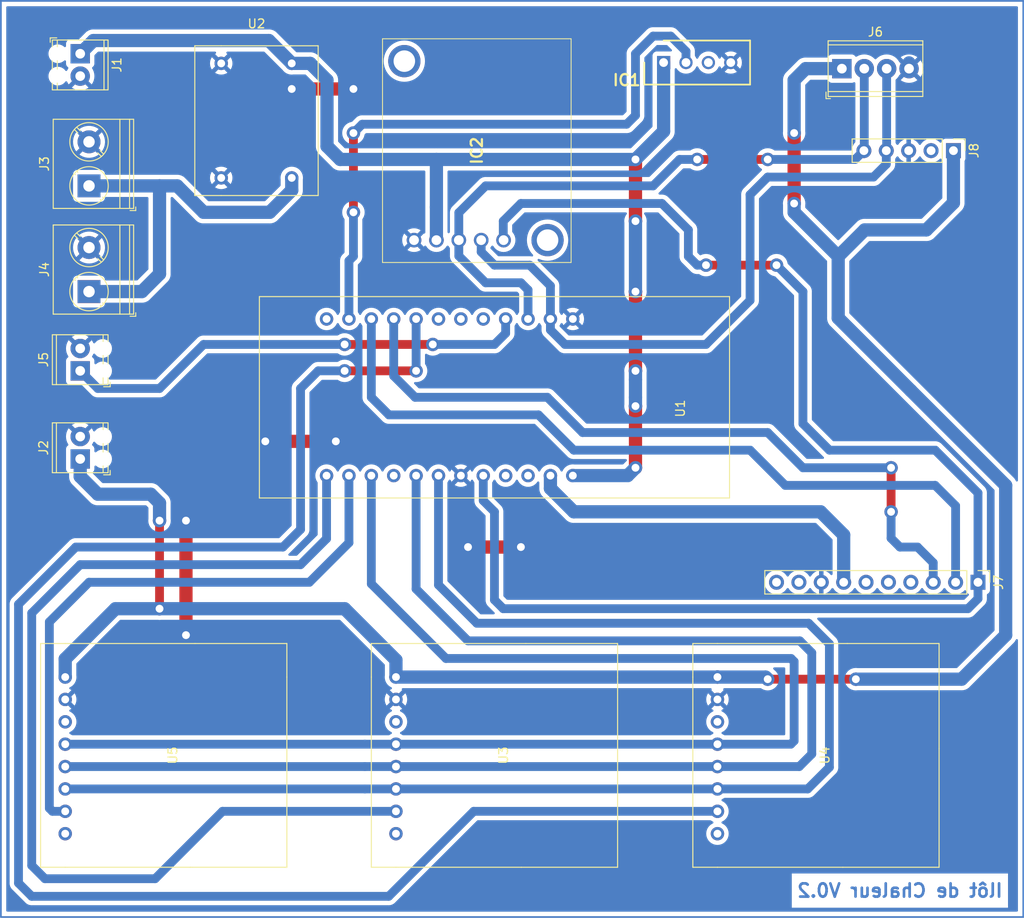
<source format=kicad_pcb>
(kicad_pcb (version 20211014) (generator pcbnew)
  (layers (0 "F.Cu" signal) (31 "B.Cu" signal) (34 "B.Paste" user) (35 "F.Paste" user) (36 "B.SilkS" user "B.Silkscreen") (37 "F.SilkS" user "F.Silkscreen") (38 "B.Mask" user) (39 "F.Mask" user) (44 "Edge.Cuts" user))
  (net 0 "")
  (net 2 "RST")
  (net 9 "GND")
  (net 10 "TX")
  (net 11 "Relay")
  (net 12 "+5VP")
  (net 14 "RX")
  (net 16 "SCL")
  (net 17 "SDA")
  (net 18 "+5V")
  (net 19 "+12V")
  (net 20 "+3V3")
  (net 21 "AN")
  (net 22 "CS3")
  (net 23 "MOSI")
  (net 24 "MISO")
  (net 25 "CLK")
  (net 26 "CS2")
  (net 27 "CS1")
  (footprint "seed-connector:HDRV4W80P0X254_1X4_1200X500X1550P" (layer "F.Cu") (at 244.19 28)
    (fp_text reference "IC1" (at -4.19 2) (layer "F.SilkS") (effects (font (size 1.27 1.27) (thickness 0.254))))
    (fp_text value "101020011" hide)
    (fp_line (start -2.19 2.5) (end 9.81 2.5) (layer "F.SilkS") (width 0.2))
    (fp_line (start 9.81 -2.5) (end 0 -2.5) (layer "F.SilkS") (width 0.2))
    (fp_line (start -2.19 0) (end -2.19 2.5) (layer "F.SilkS") (width 0.2))
    (fp_line (start 9.81 2.5) (end 9.81 -2.5) (layer "F.SilkS") (width 0.2))
    (pad "1" thru_hole rect locked (at 0 0) (size 1.5 1.5) (drill 1) (layers *.Cu *.Mask) (net 12 "+5VP"))
    (pad "2" thru_hole circle locked (at 2.54 0) (size 1.5 1.5) (drill 1) (layers *.Cu *.Mask) (net 11 "Relay"))
    (pad "3" thru_hole circle locked (at 5.08 0) (size 1.5 1.5) (drill 1) (layers *.Cu *.Mask))
    (pad "4" thru_hole circle locked (at 7.62 0) (size 1.5 1.5) (drill 1) (layers *.Cu *.Mask) (net 9 "GND"))
  )
  (footprint "ada3295:ADA3295" (layer "F.Cu") (at 215.875 48.16 90)
    (fp_text reference "IC2" (at 10.16 7.125 90) (layer "F.SilkS") (effects (font (size 1.27 1.27) (thickness 0.254))))
    (fp_text value "ADA-3295" hide)
    (fp_line (start -2.54 -3.575) (end 22.86 -3.575) (layer "F.SilkS") (width 0.1))
    (fp_line (start 22.86 -3.575) (end 22.86 17.825) (layer "F.SilkS") (width 0.1))
    (fp_line (start -2.54 17.825) (end -2.54 -3.575) (layer "F.SilkS") (width 0.1))
    (fp_line (start 22.86 17.825) (end -2.54 17.825) (layer "F.SilkS") (width 0.1))
    (pad "1" thru_hole circle locked (at 0 0 90) (size 1.665 1.665) (drill 1.11) (layers *.Cu *.Mask) (net 9 "GND"))
    (pad "2" thru_hole circle locked (at 0 2.54 90) (size 1.665 1.665) (drill 1.11) (layers *.Cu *.Mask) (net 12 "+5VP"))
    (pad "3" thru_hole circle locked (at 0 5.08 90) (size 1.665 1.665) (drill 1.11) (layers *.Cu *.Mask) (net 17 "SDA"))
    (pad "4" thru_hole circle locked (at 0 7.62 90) (size 1.665 1.665) (drill 1.11) (layers *.Cu *.Mask) (net 16 "SCL"))
    (pad "5" thru_hole circle locked (at 0 10.16 90) (size 1.665 1.665) (drill 1.11) (layers *.Cu *.Mask) (net 2 "RST"))
    (pad "MH1" thru_hole circle locked (at 20.32 -1.1 90) (size 3.66 3.66) (drill 2.44) (layers *.Cu *.Mask))
    (pad "MH2" thru_hole circle locked (at 0 15.15 90) (size 3.66 3.66) (drill 2.44) (layers *.Cu *.Mask))
  )
  (footprint "TerminalBlock_Phoenix:TerminalBlock_Phoenix_MPT-0,5-2-2.54_1x02_P2.54mm_Horizontal" (layer "F.Cu") (at 178 27 -90)
    (fp_text reference "J1" (at 1.27 -4.16 90) (layer "F.SilkS"))
    (fp_text value "5VPermanent")
    (fp_line (start -1.56 -3.16) (end 4.1 -3.16) (layer "F.SilkS") (width 0.12))
    (fp_line (start -1.56 3.16) (end -0.79 3.16) (layer "F.SilkS") (width 0.12))
    (fp_line (start -1.8 3.4) (end -1.3 3.4) (layer "F.SilkS") (width 0.12))
    (fp_line (start 3.33 2.6) (end 4.1 2.6) (layer "F.SilkS") (width 0.12))
    (fp_line (start 0.79 3.16) (end 1.75 3.16) (layer "F.SilkS") (width 0.12))
    (fp_line (start 3.33 3.16) (end 4.1 3.16) (layer "F.SilkS") (width 0.12))
    (fp_line (start 4.1 -3.16) (end 4.1 3.16) (layer "F.SilkS") (width 0.12))
    (fp_line (start -1.56 -2.7) (end 4.1 -2.7) (layer "F.SilkS") (width 0.12))
    (fp_line (start -1.56 -3.16) (end -1.56 3.16) (layer "F.SilkS") (width 0.12))
    (fp_line (start 0.79 2.6) (end 1.75 2.6) (layer "F.SilkS") (width 0.12))
    (fp_line (start -1.8 2.66) (end -1.8 3.4) (layer "F.SilkS") (width 0.12))
    (fp_line (start -1.56 2.6) (end -0.79 2.6) (layer "F.SilkS") (width 0.12))
    (pad "" np_thru_hole circle locked (at 0 2.54 270) (size 1.1 1.1) (drill 1.1) (layers *.Cu *.Mask))
    (pad "" np_thru_hole circle locked (at 2.54 2.54 270) (size 1.1 1.1) (drill 1.1) (layers *.Cu *.Mask))
    (pad "1" thru_hole rect locked (at 0 0 270) (size 2.2 2.2) (drill 1.1) (layers *.Cu *.Mask) (net 12 "+5VP"))
    (pad "2" thru_hole circle locked (at 2.54 0 270) (size 2.2 2.2) (drill 1.1) (layers *.Cu *.Mask) (net 9 "GND"))
  )
  (footprint "TerminalBlock_Phoenix:TerminalBlock_Phoenix_MPT-0,5-2-2.54_1x02_P2.54mm_Horizontal" (layer "F.Cu") (at 178 73 90)
    (fp_text reference "J2" (at 1.27 -4.16 90) (layer "F.SilkS"))
    (fp_text value "5VRelay")
    (fp_line (start -1.56 -2.7) (end 4.1 -2.7) (layer "F.SilkS") (width 0.12))
    (fp_line (start 3.33 2.6) (end 4.1 2.6) (layer "F.SilkS") (width 0.12))
    (fp_line (start 4.1 -3.16) (end 4.1 3.16) (layer "F.SilkS") (width 0.12))
    (fp_line (start -1.56 -3.16) (end -1.56 3.16) (layer "F.SilkS") (width 0.12))
    (fp_line (start -1.8 3.4) (end -1.3 3.4) (layer "F.SilkS") (width 0.12))
    (fp_line (start 0.79 2.6) (end 1.75 2.6) (layer "F.SilkS") (width 0.12))
    (fp_line (start 3.33 3.16) (end 4.1 3.16) (layer "F.SilkS") (width 0.12))
    (fp_line (start -1.56 2.6) (end -0.79 2.6) (layer "F.SilkS") (width 0.12))
    (fp_line (start -1.56 3.16) (end -0.79 3.16) (layer "F.SilkS") (width 0.12))
    (fp_line (start -1.8 2.66) (end -1.8 3.4) (layer "F.SilkS") (width 0.12))
    (fp_line (start 0.79 3.16) (end 1.75 3.16) (layer "F.SilkS") (width 0.12))
    (fp_line (start -1.56 -3.16) (end 4.1 -3.16) (layer "F.SilkS") (width 0.12))
    (pad "" np_thru_hole circle locked (at 2.54 2.54 90) (size 1.1 1.1) (drill 1.1) (layers *.Cu *.Mask))
    (pad "" np_thru_hole circle locked (at 0 2.54 90) (size 1.1 1.1) (drill 1.1) (layers *.Cu *.Mask))
    (pad "1" thru_hole rect locked (at 0 0 90) (size 2.2 2.2) (drill 1.1) (layers *.Cu *.Mask) (net 18 "+5V"))
    (pad "2" thru_hole circle locked (at 2.54 0 90) (size 2.2 2.2) (drill 1.1) (layers *.Cu *.Mask) (net 9 "GND"))
  )
  (footprint "TerminalBlock_Phoenix:TerminalBlock_Phoenix_PT-1,5-2-5.0-H_1x02_P5.00mm_Horizontal" (layer "F.Cu") (at 179 42 90)
    (fp_text reference "J3" (at 2.5 -5.06 90) (layer "F.SilkS"))
    (fp_text value "Bat")
    (fp_line (start -2.56 5.06) (end 7.56 5.06) (layer "F.SilkS") (width 0.12))
    (fp_line (start -1.282 1.547) (end -1.388 1.654) (layer "F.SilkS") (width 0.12))
    (fp_line (start 1.654 -1.388) (end 1.547 -1.281) (layer "F.SilkS") (width 0.12))
    (fp_line (start -2.8 5.3) (end -2.4 5.3) (layer "F.SilkS") (width 0.12))
    (fp_line (start -2.8 4.66) (end -2.8 5.3) (layer "F.SilkS") (width 0.12))
    (fp_line (start 7.56 -4.06) (end 7.56 5.06) (layer "F.SilkS") (width 0.12))
    (fp_line (start 6.654 -1.388) (end 6.259 -0.992) (layer "F.SilkS") (width 0.12))
    (fp_line (start 6.388 -1.654) (end 6.008 -1.274) (layer "F.SilkS") (width 0.12))
    (fp_line (start -2.56 4.6) (end 7.56 4.6) (layer "F.SilkS") (width 0.12))
    (fp_line (start -1.548 1.281) (end -1.654 1.388) (layer "F.SilkS") (width 0.12))
    (fp_line (start -2.56 -4.06) (end -2.56 5.06) (layer "F.SilkS") (width 0.12))
    (fp_line (start -2.56 -4.06) (end 7.56 -4.06) (layer "F.SilkS") (width 0.12))
    (fp_line (start 3.742 0.992) (end 3.347 1.388) (layer "F.SilkS") (width 0.12))
    (fp_line (start -2.56 3.5) (end 7.56 3.5) (layer "F.SilkS") (width 0.12))
    (fp_line (start 1.388 -1.654) (end 1.281 -1.547) (layer "F.SilkS") (width 0.12))
    (fp_line (start 3.993 1.274) (end 3.613 1.654) (layer "F.SilkS") (width 0.12))
    (fp_circle (center 0 0) (end 2.18 0) (layer "F.SilkS") (width 0.12) (fill none))
    (fp_circle (center 5 0) (end 7.18 0) (layer "F.SilkS") (width 0.12) (fill none))
    (pad "1" thru_hole rect locked (at 0 0 90) (size 2.6 2.6) (drill 1.3) (layers *.Cu *.Mask) (net 19 "+12V"))
    (pad "2" thru_hole circle locked (at 5 0 90) (size 2.6 2.6) (drill 1.3) (layers *.Cu *.Mask) (net 9 "GND"))
  )
  (footprint "TerminalBlock_Phoenix:TerminalBlock_Phoenix_PT-1,5-2-5.0-H_1x02_P5.00mm_Horizontal" (layer "F.Cu") (at 179 54 90)
    (fp_text reference "J4" (at 2.5 -5.06 90) (layer "F.SilkS"))
    (fp_text value "12V")
    (fp_line (start -1.282 1.547) (end -1.388 1.654) (layer "F.SilkS") (width 0.12))
    (fp_line (start 1.654 -1.388) (end 1.547 -1.281) (layer "F.SilkS") (width 0.12))
    (fp_line (start -2.8 4.66) (end -2.8 5.3) (layer "F.SilkS") (width 0.12))
    (fp_line (start -2.56 5.06) (end 7.56 5.06) (layer "F.SilkS") (width 0.12))
    (fp_line (start -2.56 -4.06) (end -2.56 5.06) (layer "F.SilkS") (width 0.12))
    (fp_line (start 7.56 -4.06) (end 7.56 5.06) (layer "F.SilkS") (width 0.12))
    (fp_line (start 6.388 -1.654) (end 6.008 -1.274) (layer "F.SilkS") (width 0.12))
    (fp_line (start 3.993 1.274) (end 3.613 1.654) (layer "F.SilkS") (width 0.12))
    (fp_line (start -1.548 1.281) (end -1.654 1.388) (layer "F.SilkS") (width 0.12))
    (fp_line (start 1.388 -1.654) (end 1.281 -1.547) (layer "F.SilkS") (width 0.12))
    (fp_line (start 6.654 -1.388) (end 6.259 -0.992) (layer "F.SilkS") (width 0.12))
    (fp_line (start -2.56 3.5) (end 7.56 3.5) (layer "F.SilkS") (width 0.12))
    (fp_line (start -2.8 5.3) (end -2.4 5.3) (layer "F.SilkS") (width 0.12))
    (fp_line (start 3.742 0.992) (end 3.347 1.388) (layer "F.SilkS") (width 0.12))
    (fp_line (start -2.56 -4.06) (end 7.56 -4.06) (layer "F.SilkS") (width 0.12))
    (fp_line (start -2.56 4.6) (end 7.56 4.6) (layer "F.SilkS") (width 0.12))
    (fp_circle (center 5 0) (end 7.18 0) (layer "F.SilkS") (width 0.12) (fill none))
    (fp_circle (center 0 0) (end 2.18 0) (layer "F.SilkS") (width 0.12) (fill none))
    (pad "1" thru_hole rect locked (at 0 0 90) (size 2.6 2.6) (drill 1.3) (layers *.Cu *.Mask) (net 19 "+12V"))
    (pad "2" thru_hole circle locked (at 5 0 90) (size 2.6 2.6) (drill 1.3) (layers *.Cu *.Mask) (net 9 "GND"))
  )
  (footprint "TerminalBlock_Phoenix:TerminalBlock_Phoenix_MPT-0,5-2-2.54_1x02_P2.54mm_Horizontal" (layer "F.Cu") (at 178 63 90)
    (fp_text reference "J5" (at 1.27 -4.16 90) (layer "F.SilkS"))
    (fp_text value "AnemometerSignal")
    (fp_line (start -1.8 2.66) (end -1.8 3.4) (layer "F.SilkS") (width 0.12))
    (fp_line (start -1.56 3.16) (end -0.79 3.16) (layer "F.SilkS") (width 0.12))
    (fp_line (start -1.8 3.4) (end -1.3 3.4) (layer "F.SilkS") (width 0.12))
    (fp_line (start -1.56 -3.16) (end 4.1 -3.16) (layer "F.SilkS") (width 0.12))
    (fp_line (start -1.56 -3.16) (end -1.56 3.16) (layer "F.SilkS") (width 0.12))
    (fp_line (start 3.33 3.16) (end 4.1 3.16) (layer "F.SilkS") (width 0.12))
    (fp_line (start 4.1 -3.16) (end 4.1 3.16) (layer "F.SilkS") (width 0.12))
    (fp_line (start -1.56 -2.7) (end 4.1 -2.7) (layer "F.SilkS") (width 0.12))
    (fp_line (start 0.79 2.6) (end 1.75 2.6) (layer "F.SilkS") (width 0.12))
    (fp_line (start 0.79 3.16) (end 1.75 3.16) (layer "F.SilkS") (width 0.12))
    (fp_line (start -1.56 2.6) (end -0.79 2.6) (layer "F.SilkS") (width 0.12))
    (fp_line (start 3.33 2.6) (end 4.1 2.6) (layer "F.SilkS") (width 0.12))
    (pad "" np_thru_hole circle locked (at 2.54 2.54 90) (size 1.1 1.1) (drill 1.1) (layers *.Cu *.Mask))
    (pad "" np_thru_hole circle locked (at 0 2.54 90) (size 1.1 1.1) (drill 1.1) (layers *.Cu *.Mask))
    (pad "1" thru_hole rect locked (at 0 0 90) (size 2.2 2.2) (drill 1.1) (layers *.Cu *.Mask) (net 21 "AN"))
    (pad "2" thru_hole circle locked (at 2.54 0 90) (size 2.2 2.2) (drill 1.1) (layers *.Cu *.Mask) (net 9 "GND"))
  )
  (footprint "STM:LoRa-E5-Mini" (layer "F.Cu") (at 221.19 66 -90)
    (fp_text reference "U1" (at 1.27 -24.9 90) (layer "F.SilkS"))
    (fp_text value "LoRa-E5-Mini")
    (fp_line (start -11.43 22.86) (end -11.43 -30.48) (layer "F.SilkS") (width 0.12))
    (fp_line (start 11.43 22.86) (end -11.43 22.86) (layer "F.SilkS") (width 0.12))
    (fp_line (start 11.43 -30.48) (end 11.43 22.86) (layer "F.SilkS") (width 0.12))
    (fp_line (start -11.43 -30.48) (end 11.43 -30.48) (layer "F.SilkS") (width 0.12))
    (pad "3.3V" thru_hole circle locked (at 8.89 -10.16 270) (size 1.524 1.524) (drill 0.889) (layers *.Cu *.Mask) (net 20 "+3V3"))
    (pad "5V" thru_hole circle locked (at 8.89 -12.7 270) (size 1.524 1.524) (drill 0.889) (layers *.Cu *.Mask) (net 12 "+5VP"))
    (pad "A3" thru_hole circle locked (at -8.89 -2.54 270) (size 1.524 1.524) (drill 0.889) (layers *.Cu *.Mask))
    (pad "A4" thru_hole circle locked (at -8.89 -5.08 270) (size 1.524 1.524) (drill 0.889) (layers *.Cu *.Mask) (net 21 "AN"))
    (pad "D0" thru_hole circle locked (at -8.89 5.08 270) (size 1.524 1.524) (drill 0.889) (layers *.Cu *.Mask) (net 26 "CS2"))
    (pad "D9" thru_hole circle locked (at 8.89 15.24 270) (size 1.524 1.524) (drill 0.889) (layers *.Cu *.Mask) (net 27 "CS1"))
    (pad "D10" thru_hole circle locked (at 8.89 12.7 270) (size 1.524 1.524) (drill 0.889) (layers *.Cu *.Mask) (net 22 "CS3"))
    (pad "DIO" thru_hole circle locked (at 8.89 -7.62 270) (size 1.524 1.524) (drill 0.889) (layers *.Cu *.Mask))
    (pad "DLK" thru_hole circle locked (at 8.89 -5.08 270) (size 1.524 1.524) (drill 0.889) (layers *.Cu *.Mask))
    (pad "GND" thru_hole circle locked (at -8.89 -12.7 270) (size 1.524 1.524) (drill 0.889) (layers *.Cu *.Mask) (net 9 "GND"))
    (pad "GND" thru_hole circle locked (at 8.89 0 270) (size 1.524 1.524) (drill 0.889) (layers *.Cu *.Mask) (net 9 "GND"))
    (pad "MISO" thru_hole circle locked (at 8.89 5.08 270) (size 1.524 1.524) (drill 0.889) (layers *.Cu *.Mask) (net 24 "MISO"))
    (pad "MOSI" thru_hole circle locked (at 8.89 2.54 270) (size 1.524 1.524) (drill 0.889) (layers *.Cu *.Mask) (net 23 "MOSI"))
    (pad "NSS" thru_hole circle locked (at 8.89 7.62 270) (size 1.524 1.524) (drill 0.889) (layers *.Cu *.Mask))
    (pad "RST" thru_hole circle locked (at 8.89 -2.54 270) (size 1.524 1.524) (drill 0.889) (layers *.Cu *.Mask) (net 2 "RST"))
    (pad "RX" thru_hole circle locked (at -8.89 0 270) (size 1.524 1.524) (drill 0.889) (layers *.Cu *.Mask))
    (pad "RX1" thru_hole circle locked (at -8.89 7.62 270) (size 1.524 1.524) (drill 0.889) (layers *.Cu *.Mask) (net 14 "RX"))
    (pad "RX2" thru_hole circle locked (at -8.89 12.7 270) (size 1.524 1.524) (drill 0.889) (layers *.Cu *.Mask) (net 11 "Relay"))
    (pad "SCK" thru_hole circle locked (at 8.89 10.16 270) (size 1.524 1.524) (drill 0.889) (layers *.Cu *.Mask) (net 25 "CLK"))
    (pad "SCL" thru_hole circle locked (at -8.89 -10.16 270) (size 1.524 1.524) (drill 0.889) (layers *.Cu *.Mask) (net 16 "SCL"))
    (pad "SDA" thru_hole circle locked (at -8.89 -7.62 270) (size 1.524 1.524) (drill 0.889) (layers *.Cu *.Mask) (net 17 "SDA"))
    (pad "TX" thru_hole circle locked (at -8.89 2.54 270) (size 1.524 1.524) (drill 0.889) (layers *.Cu *.Mask))
    (pad "TX1" thru_hole circle locked (at -8.89 10.16 270) (size 1.524 1.524) (drill 0.889) (layers *.Cu *.Mask) (net 10 "TX"))
    (pad "TX2" thru_hole circle locked (at -8.89 15.24 270) (size 1.524 1.524) (drill 0.889) (layers *.Cu *.Mask))
  )
  (footprint "ADA:ada3328" (layer "F.Cu") (at 226.524 106.65 -90)
    (fp_text reference "U3" (at 0 0.5 90) (layer "F.SilkS"))
    (fp_text value "ada3328")
    (fp_line (start -0.762 -12.446) (end 12.7 -12.446) (layer "F.SilkS") (width 0.12))
    (fp_line (start 3.302 15.494) (end 12.7 15.494) (layer "F.SilkS") (width 0.12))
    (fp_line (start 12.7 12.7) (end 12.7 -1.524) (layer "F.SilkS") (width 0.12))
    (fp_line (start -8.89 15.494) (end 3.302 15.494) (layer "F.SilkS") (width 0.12))
    (fp_line (start -12.7 -2.032) (end -12.7 -12.446) (layer "F.SilkS") (width 0.12))
    (fp_line (start 12.7 15.494) (end 12.7 12.7) (layer "F.SilkS") (width 0.12))
    (fp_line (start -12.7 12.7) (end -12.7 -2.032) (layer "F.SilkS") (width 0.12))
    (fp_line (start -8.89 15.494) (end -12.7 15.494) (layer "F.SilkS") (width 0.12))
    (fp_line (start -8.89 -12.446) (end -0.762 -12.446) (layer "F.SilkS") (width 0.12))
    (fp_line (start -12.7 -12.446) (end -8.89 -12.446) (layer "F.SilkS") (width 0.12))
    (fp_line (start 12.7 -12.446) (end 12.7 -1.524) (layer "F.SilkS") (width 0.12))
    (fp_line (start -12.7 15.494) (end -12.7 12.7) (layer "F.SilkS") (width 0.12))
    (pad "3.3V" thru_hole circle locked (at -3.81 12.7 270) (size 1.524 1.524) (drill 0.889) (layers *.Cu *.Mask))
    (pad "CLK" thru_hole circle locked (at -1.27 12.7 270) (size 1.524 1.524) (drill 0.889) (layers *.Cu *.Mask) (net 25 "CLK"))
    (pad "CS" thru_hole circle locked (at 6.35 12.7 270) (size 1.524 1.524) (drill 0.889) (layers *.Cu *.Mask) (net 27 "CS1"))
    (pad "GND" thru_hole circle locked (at -6.35 12.7 270) (size 1.524 1.524) (drill 0.889) (layers *.Cu *.Mask) (net 9 "GND"))
    (pad "RDY" thru_hole circle locked (at 8.89 12.7 270) (size 1.524 1.524) (drill 0.889) (layers *.Cu *.Mask))
    (pad "SDI" thru_hole circle locked (at 3.81 12.7 270) (size 1.524 1.524) (drill 0.889) (layers *.Cu *.Mask) (net 23 "MOSI"))
    (pad "SDO" thru_hole circle locked (at 1.27 12.7 270) (size 1.524 1.524) (drill 0.889) (layers *.Cu *.Mask) (net 24 "MISO"))
    (pad "VIN" thru_hole circle locked (at -8.89 12.7 270) (size 1.524 1.524) (drill 0.889) (layers *.Cu *.Mask) (net 18 "+5V"))
  )
  (footprint "ADA:ada3328" (layer "F.Cu") (at 263 106.65 -90)
    (fp_text reference "U4" (at 0 0.5 90) (layer "F.SilkS"))
    (fp_text value "ada3328")
    (fp_line (start -12.7 -12.446) (end -8.89 -12.446) (layer "F.SilkS") (width 0.12))
    (fp_line (start 3.302 15.494) (end 12.7 15.494) (layer "F.SilkS") (width 0.12))
    (fp_line (start -8.89 15.494) (end 3.302 15.494) (layer "F.SilkS") (width 0.12))
    (fp_line (start 12.7 15.494) (end 12.7 12.7) (layer "F.SilkS") (width 0.12))
    (fp_line (start 12.7 12.7) (end 12.7 -1.524) (layer "F.SilkS") (width 0.12))
    (fp_line (start 12.7 -12.446) (end 12.7 -1.524) (layer "F.SilkS") (width 0.12))
    (fp_line (start -0.762 -12.446) (end 12.7 -12.446) (layer "F.SilkS") (width 0.12))
    (fp_line (start -8.89 15.494) (end -12.7 15.494) (layer "F.SilkS") (width 0.12))
    (fp_line (start -12.7 12.7) (end -12.7 -2.032) (layer "F.SilkS") (width 0.12))
    (fp_line (start -12.7 15.494) (end -12.7 12.7) (layer "F.SilkS") (width 0.12))
    (fp_line (start -8.89 -12.446) (end -0.762 -12.446) (layer "F.SilkS") (width 0.12))
    (fp_line (start -12.7 -2.032) (end -12.7 -12.446) (layer "F.SilkS") (width 0.12))
    (pad "3.3V" thru_hole circle locked (at -3.81 12.7 270) (size 1.524 1.524) (drill 0.889) (layers *.Cu *.Mask))
    (pad "CLK" thru_hole circle locked (at -1.27 12.7 270) (size 1.524 1.524) (drill 0.889) (layers *.Cu *.Mask) (net 25 "CLK"))
    (pad "CS" thru_hole circle locked (at 6.35 12.7 270) (size 1.524 1.524) (drill 0.889) (layers *.Cu *.Mask) (net 26 "CS2"))
    (pad "GND" thru_hole circle locked (at -6.35 12.7 270) (size 1.524 1.524) (drill 0.889) (layers *.Cu *.Mask) (net 9 "GND"))
    (pad "RDY" thru_hole circle locked (at 8.89 12.7 270) (size 1.524 1.524) (drill 0.889) (layers *.Cu *.Mask))
    (pad "SDI" thru_hole circle locked (at 3.81 12.7 270) (size 1.524 1.524) (drill 0.889) (layers *.Cu *.Mask) (net 23 "MOSI"))
    (pad "SDO" thru_hole circle locked (at 1.27 12.7 270) (size 1.524 1.524) (drill 0.889) (layers *.Cu *.Mask) (net 24 "MISO"))
    (pad "VIN" thru_hole circle locked (at -8.89 12.7 270) (size 1.524 1.524) (drill 0.889) (layers *.Cu *.Mask) (net 18 "+5V"))
  )
  (footprint "ADA:ada3328" (layer "F.Cu") (at 189 106.65 -90)
    (fp_text reference "U5" (at 0 0.5 90) (layer "F.SilkS"))
    (fp_text value "ada3328")
    (fp_line (start -12.7 -2.032) (end -12.7 -12.446) (layer "F.SilkS") (width 0.12))
    (fp_line (start 12.7 15.494) (end 12.7 12.7) (layer "F.SilkS") (width 0.12))
    (fp_line (start -8.89 15.494) (end -12.7 15.494) (layer "F.SilkS") (width 0.12))
    (fp_line (start -8.89 15.494) (end 3.302 15.494) (layer "F.SilkS") (width 0.12))
    (fp_line (start 12.7 12.7) (end 12.7 -1.524) (layer "F.SilkS") (width 0.12))
    (fp_line (start -12.7 15.494) (end -12.7 12.7) (layer "F.SilkS") (width 0.12))
    (fp_line (start -12.7 -12.446) (end -8.89 -12.446) (layer "F.SilkS") (width 0.12))
    (fp_line (start 12.7 -12.446) (end 12.7 -1.524) (layer "F.SilkS") (width 0.12))
    (fp_line (start -12.7 12.7) (end -12.7 -2.032) (layer "F.SilkS") (width 0.12))
    (fp_line (start 3.302 15.494) (end 12.7 15.494) (layer "F.SilkS") (width 0.12))
    (fp_line (start -0.762 -12.446) (end 12.7 -12.446) (layer "F.SilkS") (width 0.12))
    (fp_line (start -8.89 -12.446) (end -0.762 -12.446) (layer "F.SilkS") (width 0.12))
    (pad "3.3V" thru_hole circle locked (at -3.81 12.7 270) (size 1.524 1.524) (drill 0.889) (layers *.Cu *.Mask))
    (pad "CLK" thru_hole circle locked (at -1.27 12.7 270) (size 1.524 1.524) (drill 0.889) (layers *.Cu *.Mask) (net 25 "CLK"))
    (pad "CS" thru_hole circle locked (at 6.35 12.7 270) (size 1.524 1.524) (drill 0.889) (layers *.Cu *.Mask) (net 22 "CS3"))
    (pad "GND" thru_hole circle locked (at -6.35 12.7 270) (size 1.524 1.524) (drill 0.889) (layers *.Cu *.Mask) (net 9 "GND"))
    (pad "RDY" thru_hole circle locked (at 8.89 12.7 270) (size 1.524 1.524) (drill 0.889) (layers *.Cu *.Mask))
    (pad "SDI" thru_hole circle locked (at 3.81 12.7 270) (size 1.524 1.524) (drill 0.889) (layers *.Cu *.Mask) (net 23 "MOSI"))
    (pad "SDO" thru_hole circle locked (at 1.27 12.7 270) (size 1.524 1.524) (drill 0.889) (layers *.Cu *.Mask) (net 24 "MISO"))
    (pad "VIN" thru_hole circle locked (at -8.89 12.7 270) (size 1.524 1.524) (drill 0.889) (layers *.Cu *.Mask) (net 18 "+5V"))
  )
  (footprint "DFR0569:DFR0569" (layer "F.Cu") (at 198 23.095)
    (fp_text reference "U2" (at 0 0.5) (layer "F.SilkS"))
    (fp_text value "DFR0569")
    (fp_line (start -4 20) (end 4 20) (layer "F.SilkS") (width 0.12))
    (fp_line (start 4 20) (end 7 20) (layer "F.SilkS") (width 0.12))
    (fp_line (start 7 3) (end 7 20) (layer "F.SilkS") (width 0.12))
    (fp_line (start 4 3) (end 7 3) (layer "F.SilkS") (width 0.12))
    (fp_line (start -4 3) (end -7 3) (layer "F.SilkS") (width 0.12))
    (fp_line (start -7 20) (end -7 3) (layer "F.SilkS") (width 0.12))
    (fp_line (start -4 20) (end -7 20) (layer "F.SilkS") (width 0.12))
    (fp_line (start -4 3) (end 4 3) (layer "F.SilkS") (width 0.12))
    (pad "VI+" thru_hole circle locked (at 4 18) (size 1.524 1.524) (drill 0.889) (layers *.Cu *.Mask) (net 19 "+12V"))
    (pad "VI-" thru_hole circle locked (at -4 18) (size 1.524 1.524) (drill 0.889) (layers *.Cu *.Mask) (net 9 "GND"))
    (pad "VO+" thru_hole circle locked (at 4 5) (size 1.524 1.524) (drill 0.889) (layers *.Cu *.Mask) (net 12 "+5VP"))
    (pad "VO-" thru_hole circle locked (at -4 5) (size 1.524 1.524) (drill 0.889) (layers *.Cu *.Mask) (net 9 "GND"))
  )
  (footprint "Connector_PinHeader_2.54mm:PinHeader_1x10_P2.54mm_Vertical" (layer "F.Cu") (at 279.86 87 -90)
    (fp_text reference "J7" (at 0 -2.33 90) (layer "F.SilkS"))
    (fp_text value "RN2483")
    (fp_line (start -1.33 24.19) (end 1.33 24.19) (layer "F.SilkS") (width 0.12))
    (fp_line (start -1.33 0) (end -1.33 -1.33) (layer "F.SilkS") (width 0.12))
    (fp_line (start -1.33 1.27) (end -1.33 24.19) (layer "F.SilkS") (width 0.12))
    (fp_line (start -1.33 1.27) (end 1.33 1.27) (layer "F.SilkS") (width 0.12))
    (fp_line (start -1.33 -1.33) (end 0 -1.33) (layer "F.SilkS") (width 0.12))
    (fp_line (start 1.33 1.27) (end 1.33 24.19) (layer "F.SilkS") (width 0.12))
    (pad "1" thru_hole rect (at 0 0 270) (size 1.7 1.7) (drill 1) (layers *.Cu *.Mask) (net 2 "RST"))
    (pad "2" thru_hole oval (at 0 2.54 270) (size 1.7 1.7) (drill 1) (layers *.Cu *.Mask) (net 10 "TX"))
    (pad "3" thru_hole oval (at 0 5.08 270) (size 1.7 1.7) (drill 1) (layers *.Cu *.Mask) (net 14 "RX"))
    (pad "4" thru_hole oval (at 0 7.62 270) (size 1.7 1.7) (drill 1) (layers *.Cu *.Mask))
    (pad "5" thru_hole oval (at 0 10.16 270) (size 1.7 1.7) (drill 1) (layers *.Cu *.Mask))
    (pad "6" thru_hole oval (at 0 12.7 270) (size 1.7 1.7) (drill 1) (layers *.Cu *.Mask))
    (pad "7" thru_hole oval (at 0 15.24 270) (size 1.7 1.7) (drill 1) (layers *.Cu *.Mask) (net 20 "+3V3"))
    (pad "8" thru_hole oval (at 0 17.78 270) (size 1.7 1.7) (drill 1) (layers *.Cu *.Mask) (net 9 "GND"))
    (pad "9" thru_hole oval (at 0 20.32 270) (size 1.7 1.7) (drill 1) (layers *.Cu *.Mask))
    (pad "10" thru_hole oval (at 0 22.86 270) (size 1.7 1.7) (drill 1) (layers *.Cu *.Mask))
  )
  (footprint "Connector_PinHeader_2.54mm:PinHeader_1x05_P2.54mm_Vertical" (layer "F.Cu") (at 277.075 38 -90)
    (fp_text reference "J8" (at 0 -2.33 90) (layer "F.SilkS"))
    (fp_text value "MLX90640")
    (fp_line (start -1.33 11.49) (end 1.33 11.49) (layer "F.SilkS") (width 0.12))
    (fp_line (start -1.33 1.27) (end 1.33 1.27) (layer "F.SilkS") (width 0.12))
    (fp_line (start -1.33 0) (end -1.33 -1.33) (layer "F.SilkS") (width 0.12))
    (fp_line (start -1.33 1.27) (end -1.33 11.49) (layer "F.SilkS") (width 0.12))
    (fp_line (start 1.33 1.27) (end 1.33 11.49) (layer "F.SilkS") (width 0.12))
    (fp_line (start -1.33 -1.33) (end 0 -1.33) (layer "F.SilkS") (width 0.12))
    (pad "1" thru_hole rect (at 0 0 270) (size 1.7 1.7) (drill 1) (layers *.Cu *.Mask) (net 18 "+5V"))
    (pad "2" thru_hole oval (at 0 2.54 270) (size 1.7 1.7) (drill 1) (layers *.Cu *.Mask))
    (pad "3" thru_hole oval (at 0 5.08 270) (size 1.7 1.7) (drill 1) (layers *.Cu *.Mask) (net 9 "GND"))
    (pad "4" thru_hole oval (at 0 7.62 270) (size 1.7 1.7) (drill 1) (layers *.Cu *.Mask) (net 16 "SCL"))
    (pad "5" thru_hole oval (at 0 10.16 270) (size 1.7 1.7) (drill 1) (layers *.Cu *.Mask) (net 17 "SDA"))
  )
  (footprint "TerminalBlock_Phoenix:TerminalBlock_Phoenix_MPT-0,5-4-2.54_1x04_P2.54mm_Horizontal" (layer "F.Cu") (at 264.417 28.6925)
    (fp_text reference "J6" (at 3.81 -4.16) (layer "F.SilkS"))
    (fp_text value "BME680")
    (fp_line (start -1.8 2.66) (end -1.8 3.4) (layer "F.SilkS") (width 0.12))
    (fp_line (start -1.56 -2.7) (end 9.18 -2.7) (layer "F.SilkS") (width 0.12))
    (fp_line (start 9.18 -3.16) (end 9.18 3.16) (layer "F.SilkS") (width 0.12))
    (fp_line (start -1.56 -3.16) (end 9.18 -3.16) (layer "F.SilkS") (width 0.12))
    (fp_line (start -1.56 3.16) (end 9.18 3.16) (layer "F.SilkS") (width 0.12))
    (fp_line (start -1.56 -3.16) (end -1.56 3.16) (layer "F.SilkS") (width 0.12))
    (fp_line (start -1.8 3.4) (end -1.3 3.4) (layer "F.SilkS") (width 0.12))
    (fp_line (start -1.56 2.6) (end 9.18 2.6) (layer "F.SilkS") (width 0.12))
    (pad "1" thru_hole rect (at 0 0) (size 2.2 2.2) (drill 1.1) (layers *.Cu *.Mask) (net 18 "+5V"))
    (pad "2" thru_hole circle (at 2.54 0) (size 2.2 2.2) (drill 1.1) (layers *.Cu *.Mask) (net 17 "SDA"))
    (pad "3" thru_hole circle (at 5.08 0) (size 2.2 2.2) (drill 1.1) (layers *.Cu *.Mask) (net 16 "SCL"))
    (pad "4" thru_hole circle (at 7.62 0) (size 2.2 2.2) (drill 1.1) (layers *.Cu *.Mask) (net 9 "GND"))
  )
  (gr_rect (start 169 21) (end 285 125) (layer "B.Cu") (width 0.2) (fill none))
  (gr_text "Ilôt de Chaleur V0.2" (at 271 122) (layer "B.Cu") (effects (font (size 1.5 1.5) (thickness 0.3)) (justify mirror)))
  (segment (start 257 51) (end 249 51) (width 1) (layer "F.Cu") (net 2))
  (via (at 249 51) (size 1.524) (drill 0.889) (layers "F.Cu" "B.Cu") (net 2))
  (via (at 257 51) (size 1.524) (drill 0.889) (layers "F.Cu" "B.Cu") (net 2))
  (segment (start 226 46) (end 226 48.125) (width 1) (layer "B.Cu") (net 2))
  (segment (start 257 51) (end 260 54) (width 1) (layer "B.Cu") (net 2))
  (segment (start 249 51) (end 248 51) (width 1) (layer "B.Cu") (net 2))
  (segment (start 226 48.125) (end 226.035 48.16) (width 1) (layer "B.Cu") (net 2))
  (segment (start 278.72 90) (end 279.86 88.86) (width 1) (layer "B.Cu") (net 2))
  (segment (start 247 47) (end 244 44) (width 1) (layer "B.Cu") (net 2))
  (segment (start 225 79) (end 225 89) (width 1) (layer "B.Cu") (net 2))
  (segment (start 223.73 77.73) (end 225 79) (width 1) (layer "B.Cu") (net 2))
  (segment (start 248 51) (end 247 50) (width 1) (layer "B.Cu") (net 2))
  (segment (start 279.86 76.86) (end 279.86 87) (width 1) (layer "B.Cu") (net 2))
  (segment (start 223.73 74.89) (end 223.73 77.73) (width 1) (layer "B.Cu") (net 2))
  (segment (start 275 72) (end 279.86 76.86) (width 1) (layer "B.Cu") (net 2))
  (segment (start 226 90) (end 278.72 90) (width 1) (layer "B.Cu") (net 2))
  (segment (start 228 44) (end 226 46) (width 1) (layer "B.Cu") (net 2))
  (segment (start 247 50) (end 247 47) (width 1) (layer "B.Cu") (net 2))
  (segment (start 260 69) (end 263 72) (width 1) (layer "B.Cu") (net 2))
  (segment (start 263 72) (end 275 72) (width 1) (layer "B.Cu") (net 2))
  (segment (start 279.86 88.86) (end 279.86 87) (width 1) (layer "B.Cu") (net 2))
  (segment (start 244 44) (end 228 44) (width 1) (layer "B.Cu") (net 2))
  (segment (start 225 89) (end 226 90) (width 1) (layer "B.Cu") (net 2))
  (segment (start 260 54) (end 260 69) (width 1) (layer "B.Cu") (net 2))
  (segment (start 202 31) (end 209 31) (width 1.5) (layer "F.Cu") (net 9))
  (segment (start 199 71) (end 207 71) (width 1.5) (layer "F.Cu") (net 9))
  (segment (start 190 93) (end 190 80) (width 1.5) (layer "F.Cu") (net 9))
  (segment (start 222 83) (end 228 83) (width 1.5) (layer "F.Cu") (net 9))
  (via (at 190 93) (size 1.524) (drill 0.889) (layers "F.Cu" "B.Cu") (net 9))
  (via (at 209 31) (size 1.524) (drill 0.889) (layers "F.Cu" "B.Cu") (net 9))
  (via (at 222 83) (size 1.524) (drill 0.889) (layers "F.Cu" "B.Cu") (net 9))
  (via (at 190 80) (size 1.524) (drill 0.889) (layers "F.Cu" "B.Cu") (net 9))
  (via (at 207 71) (size 1.524) (drill 0.889) (layers "F.Cu" "B.Cu") (net 9))
  (via (at 199 71) (size 1.524) (drill 0.889) (layers "F.Cu" "B.Cu") (net 9))
  (via (at 202 31) (size 1.524) (drill 0.889) (layers "F.Cu" "B.Cu") (net 9))
  (via (at 228 83) (size 1.524) (drill 0.889) (layers "F.Cu" "B.Cu") (net 9))
  (segment (start 272.037 28.037) (end 272.037 28.6925) (width 1.5) (layer "B.Cu") (net 9))
  (segment (start 272.037 37.958) (end 271.995 38) (width 1.5) (layer "B.Cu") (net 9))
  (segment (start 230 68) (end 234 72) (width 1) (layer "B.Cu") (net 10))
  (segment (start 275 76) (end 277.32 78.32) (width 1) (layer "B.Cu") (net 10))
  (segment (start 234 72) (end 254 72) (width 1) (layer "B.Cu") (net 10))
  (segment (start 258 76) (end 275 76) (width 1) (layer "B.Cu") (net 10))
  (segment (start 213.03 68) (end 230 68) (width 1) (layer "B.Cu") (net 10))
  (segment (start 277.32 78.32) (end 277.32 87) (width 1) (layer "B.Cu") (net 10))
  (segment (start 211.03 57.11) (end 211.03 66) (width 1) (layer "B.Cu") (net 10))
  (segment (start 211.03 66) (end 213.03 68) (width 1) (layer "B.Cu") (net 10))
  (segment (start 254 72) (end 258 76) (width 1) (layer "B.Cu") (net 10))
  (segment (start 209 45) (end 209 36) (width 1) (layer "F.Cu") (net 11))
  (via (at 209 45) (size 1.524) (drill 0.889) (layers "F.Cu" "B.Cu") (net 11))
  (via (at 209 36) (size 1.524) (drill 0.889) (layers "F.Cu" "B.Cu") (net 11))
  (segment (start 241 27) (end 243 25) (width 1) (layer "B.Cu") (net 11))
  (segment (start 210 35) (end 240 35) (width 1) (layer "B.Cu") (net 11))
  (segment (start 240 35) (end 241 34) (width 1) (layer "B.Cu") (net 11))
  (segment (start 209 36) (end 210 35) (width 1) (layer "B.Cu") (net 11))
  (segment (start 245 25) (end 246.73 26.73) (width 1) (layer "B.Cu") (net 11))
  (segment (start 208.49 57.11) (end 208.49 50.51) (width 1) (layer "B.Cu") (net 11))
  (segment (start 209 50) (end 209 45) (width 1) (layer "B.Cu") (net 11))
  (segment (start 243 25) (end 245 25) (width 1) (layer "B.Cu") (net 11))
  (segment (start 246.73 26.73) (end 246.73 28) (width 1) (layer "B.Cu") (net 11))
  (segment (start 241 34) (end 241 27) (width 1) (layer "B.Cu") (net 11))
  (segment (start 208.49 50.51) (end 209 50) (width 1) (layer "B.Cu") (net 11))
  (segment (start 241 74) (end 241 67) (width 1.5) (layer "F.Cu") (net 12))
  (segment (start 241 46) (end 241 39) (width 1.5) (layer "F.Cu") (net 12))
  (segment (start 241 63) (end 241 54) (width 1.5) (layer "F.Cu") (net 12))
  (via (at 241 63) (size 1.524) (drill 0.889) (layers "F.Cu" "B.Cu") (net 12))
  (via (at 241 67) (size 1.524) (drill 0.889) (layers "F.Cu" "B.Cu") (net 12))
  (via (at 241 74) (size 1.524) (drill 0.889) (layers "F.Cu" "B.Cu") (net 12))
  (via (at 241 46) (size 1.524) (drill 0.889) (layers "F.Cu" "B.Cu") (net 12))
  (via (at 241 54) (size 1.524) (drill 0.889) (layers "F.Cu" "B.Cu") (net 12))
  (via (at 241 39) (size 1.524) (drill 0.889) (layers "F.Cu" "B.Cu") (net 12))
  (segment (start 206 37.5) (end 206 30) (width 1.5) (layer "B.Cu") (net 12))
  (segment (start 241 64) (end 241 66) (width 1.5) (layer "B.Cu") (net 12))
  (segment (start 218.415 39) (end 207.5 39) (width 1.5) (layer "B.Cu") (net 12))
  (segment (start 241 39) (end 218.415 39) (width 1.5) (layer "B.Cu") (net 12))
  (segment (start 206 30) (end 204.095 28.095) (width 1.5) (layer "B.Cu") (net 12))
  (segment (start 218.415 44.415) (end 218.415 39) (width 1.5) (layer "B.Cu") (net 12))
  (segment (start 204.095 28.095) (end 202 28.095) (width 1.5) (layer "B.Cu") (net 12))
  (segment (start 179.5 25.5) (end 199.405 25.5) (width 1.5) (layer "B.Cu") (net 12))
  (segment (start 240.11 74.89) (end 241 74) (width 1.5) (layer "B.Cu") (net 12))
  (segment (start 199.405 25.5) (end 202 28.095) (width 1.5) (layer "B.Cu") (net 12))
  (segment (start 244.19 28) (end 244.19 35.81) (width 1.5) (layer "B.Cu") (net 12))
  (segment (start 241 46) (end 241 54) (width 1.5) (layer "B.Cu") (net 12))
  (segment (start 178 27) (end 179.5 25.5) (width 1.5) (layer "B.Cu") (net 12))
  (segment (start 218.415 48.16) (end 218.415 44.415) (width 1.5) (layer "B.Cu") (net 12))
  (segment (start 241 64) (end 241 63) (width 1.5) (layer "B.Cu") (net 12))
  (segment (start 207.5 39) (end 206 37.5) (width 1.5) (layer "B.Cu") (net 12))
  (segment (start 244.19 35.81) (end 241 39) (width 1.5) (layer "B.Cu") (net 12))
  (segment (start 241 66) (end 241 67) (width 1.5) (layer "B.Cu") (net 12))
  (segment (start 233.89 74.89) (end 240.11 74.89) (width 1.5) (layer "B.Cu") (net 12))
  (segment (start 270 79) (end 270 74) (width 1) (layer "F.Cu") (net 14))
  (via (at 270 74) (size 1.524) (drill 0.889) (layers "F.Cu" "B.Cu") (net 14))
  (via (at 270 79) (size 1.524) (drill 0.889) (layers "F.Cu" "B.Cu") (net 14))
  (segment (start 270 82) (end 270 79) (width 1) (layer "B.Cu") (net 14))
  (segment (start 213.57 57.11) (end 213.57 63.57) (width 1) (layer "B.Cu") (net 14))
  (segment (start 256 70) (end 260 74) (width 1) (layer "B.Cu") (net 14))
  (segment (start 216 66) (end 231 66) (width 1) (layer "B.Cu") (net 14))
  (segment (start 213.57 63.57) (end 216 66) (width 1) (layer "B.Cu") (net 14))
  (segment (start 274.78 87) (end 274.78 84.78) (width 1) (layer "B.Cu") (net 14))
  (segment (start 260 74) (end 270 74) (width 1) (layer "B.Cu") (net 14))
  (segment (start 231 66) (end 235 70) (width 1) (layer "B.Cu") (net 14))
  (segment (start 271 83) (end 270 82) (width 1) (layer "B.Cu") (net 14))
  (segment (start 273 83) (end 271 83) (width 1) (layer "B.Cu") (net 14))
  (segment (start 274.78 84.78) (end 273 83) (width 1) (layer "B.Cu") (net 14))
  (segment (start 235 70) (end 256 70) (width 1) (layer "B.Cu") (net 14))
  (segment (start 254 55) (end 254 43) (width 1) (layer "B.Cu") (net 16))
  (segment (start 268 41) (end 269.455 39.545) (width 1) (layer "B.Cu") (net 16))
  (segment (start 223.495 49.495) (end 225 51) (width 1) (layer "B.Cu") (net 16))
  (segment (start 269.455 39.545) (end 269.455 38) (width 1) (layer "B.Cu") (net 16))
  (segment (start 269.497 37.958) (end 269.455 38) (width 1) (layer "B.Cu") (net 16))
  (segment (start 231.35 58.35) (end 233 60) (width 1) (layer "B.Cu") (net 16))
  (segment (start 231.35 53.35) (end 231.35 57.11) (width 1) (layer "B.Cu") (net 16))
  (segment (start 229 51) (end 231.35 53.35) (width 1) (layer "B.Cu") (net 16))
  (segment (start 256 41) (end 268 41) (width 1) (layer "B.Cu") (net 16))
  (segment (start 223.495 48.16) (end 223.495 49.495) (width 1) (layer "B.Cu") (net 16))
  (segment (start 249 60) (end 254 55) (width 1) (layer "B.Cu") (net 16))
  (segment (start 254 43) (end 256 41) (width 1) (layer "B.Cu") (net 16))
  (segment (start 233 60) (end 249 60) (width 1) (layer "B.Cu") (net 16))
  (segment (start 269.497 28.6925) (end 269.497 37.958) (width 1) (layer "B.Cu") (net 16))
  (segment (start 231.35 57.11) (end 231.35 58.35) (width 1) (layer "B.Cu") (net 16))
  (segment (start 225 51) (end 229 51) (width 1) (layer "B.Cu") (net 16))
  (segment (start 248 39) (end 256 39) (width 1) (layer "F.Cu") (net 17))
  (via (at 248 39) (size 1.524) (drill 0.889) (layers "F.Cu" "B.Cu") (net 17))
  (via (at 256 39) (size 1.524) (drill 0.889) (layers "F.Cu" "B.Cu") (net 17))
  (segment (start 256 39) (end 265.915 39) (width 1) (layer "B.Cu") (net 17))
  (segment (start 265.915 39) (end 266.915 38) (width 1) (layer "B.Cu") (net 17))
  (segment (start 224 42) (end 243 42) (width 1) (layer "B.Cu") (net 17))
  (segment (start 228 53) (end 228.81 53.81) (width 1) (layer "B.Cu") (net 17))
  (segment (start 220.955 48.16) (end 220.955 49.955) (width 1) (layer "B.Cu") (net 17))
  (segment (start 228.81 53.81) (end 228.81 57.11) (width 1) (layer "B.Cu") (net 17))
  (segment (start 220.955 48.16) (end 220.955 45.045) (width 1) (layer "B.Cu") (net 17))
  (segment (start 224 53) (end 228 53) (width 1) (layer "B.Cu") (net 17))
  (segment (start 266.957 28.6925) (end 266.957 37.958) (width 1) (layer "B.Cu") (net 17))
  (segment (start 246 39) (end 248 39) (width 1) (layer "B.Cu") (net 17))
  (segment (start 243 42) (end 246 39) (width 1) (layer "B.Cu") (net 17))
  (segment (start 220.955 45.045) (end 224 42) (width 1) (layer "B.Cu") (net 17))
  (segment (start 220.955 49.955) (end 224 53) (width 1) (layer "B.Cu") (net 17))
  (segment (start 266.957 37.958) (end 266.915 38) (width 1) (layer "B.Cu") (net 17))
  (segment (start 187 80) (end 187 90) (width 1) (layer "F.Cu") (net 18))
  (segment (start 259 44) (end 259 36) (width 1.5) (layer "F.Cu") (net 18))
  (segment (start 256 98) (end 266 98) (width 1) (layer "F.Cu") (net 18))
  (via (at 187 80) (size 1.524) (drill 0.889) (layers "F.Cu" "B.Cu") (net 18))
  (via (at 259 36) (size 1.524) (drill 0.889) (layers "F.Cu" "B.Cu") (net 18))
  (via (at 256 98) (size 1.524) (drill 0.889) (layers "F.Cu" "B.Cu") (net 18))
  (via (at 259 44) (size 1.524) (drill 0.889) (layers "F.Cu" "B.Cu") (net 18))
  (via (at 266 98) (size 1.524) (drill 0.889) (layers "F.Cu" "B.Cu") (net 18))
  (via (at 187 90) (size 1.524) (drill 0.889) (layers "F.Cu" "B.Cu") (net 18))
  (segment (start 208 90) (end 187 90) (width 1.5) (layer "B.Cu") (net 18))
  (segment (start 259 45) (end 264 50) (width 1.5) (layer "B.Cu") (net 18))
  (segment (start 272.232 65.232) (end 283 76) (width 1.5) (layer "B.Cu") (net 18))
  (segment (start 187 90) (end 182 90) (width 1.5) (layer "B.Cu") (net 18))
  (segment (start 187 78) (end 186 77) (width 1.5) (layer "B.Cu") (net 18))
  (segment (start 264 50) (end 267 47) (width 1.5) (layer "B.Cu") (net 18))
  (segment (start 213.824 95.824) (end 208 90) (width 1.5) (layer "B.Cu") (net 18))
  (segment (start 182 90) (end 176.3 95.7) (width 1.5) (layer "B.Cu") (net 18))
  (segment (start 283 93) (end 278 98) (width 1.5) (layer "B.Cu") (net 18))
  (segment (start 274 47) (end 277.075 43.925) (width 1.5) (layer "B.Cu") (net 18))
  (segment (start 259 44) (end 259 45) (width 1.5) (layer "B.Cu") (net 18))
  (segment (start 267 47) (end 274 47) (width 1.5) (layer "B.Cu") (net 18))
  (segment (start 255.76 97.76) (end 256 98) (width 1.5) (layer "B.Cu") (net 18))
  (segment (start 178 73) (end 178 75) (width 1.5) (layer "B.Cu") (net 18))
  (segment (start 260.3075 28.6925) (end 264.417 28.6925) (width 1.5) (layer "B.Cu") (net 18))
  (segment (start 272.232 65.232) (end 264 57) (width 1.5) (layer "B.Cu") (net 18))
  (segment (start 186 77) (end 180 77) (width 1.5) (layer "B.Cu") (net 18))
  (segment (start 259 36) (end 259 30) (width 1.5) (layer "B.Cu") (net 18))
  (segment (start 283 76) (end 283 93) (width 1.5) (layer "B.Cu") (net 18))
  (segment (start 187 80) (end 187 78) (width 1.5) (layer "B.Cu") (net 18))
  (segment (start 250.3 97.76) (end 255.76 97.76) (width 1.5) (layer "B.Cu") (net 18))
  (segment (start 264 57) (end 264 50) (width 1.5) (layer "B.Cu") (net 18))
  (segment (start 278 98) (end 266 98) (width 1.5) (layer "B.Cu") (net 18))
  (segment (start 213.824 97.76) (end 213.824 95.824) (width 1.5) (layer "B.Cu") (net 18))
  (segment (start 259 30) (end 260.3075 28.6925) (width 1.5) (layer "B.Cu") (net 18))
  (segment (start 178 75) (end 180 77) (width 1.5) (layer "B.Cu") (net 18))
  (segment (start 176.3 95.7) (end 176.3 97.76) (width 1.5) (layer "B.Cu") (net 18))
  (segment (start 213.824 97.76) (end 250.3 97.76) (width 1.5) (layer "B.Cu") (net 18))
  (segment (start 277.075 43.925) (end 277.075 38) (width 1.5) (layer "B.Cu") (net 18))
  (segment (start 199.5 45) (end 202 42.5) (width 1.5) (layer "B.Cu") (net 19))
  (segment (start 189 42) (end 192 45) (width 1.5) (layer "B.Cu") (net 19))
  (segment (start 202 42.5) (end 202 41.095) (width 1.5) (layer "B.Cu") (net 19))
  (segment (start 179 54) (end 185 54) (width 1.5) (layer "B.Cu") (net 19))
  (segment (start 179 42) (end 187 42) (width 1.5) (layer "B.Cu") (net 19))
  (segment (start 185 54) (end 187 52) (width 1.5) (layer "B.Cu") (net 19))
  (segment (start 187 52) (end 187 42) (width 1.5) (layer "B.Cu") (net 19))
  (segment (start 187 42) (end 189 42) (width 1.5) (layer "B.Cu") (net 19))
  (segment (start 192 45) (end 199.5 45) (width 1.5) (layer "B.Cu") (net 19))
  (segment (start 264.62 81.62) (end 262 79) (width 1.5) (layer "B.Cu") (net 20))
  (segment (start 231.35 76.35) (end 231.35 74.89) (width 1.5) (layer "B.Cu") (net 20))
  (segment (start 234 79) (end 231.35 76.35) (width 1.5) (layer "B.Cu") (net 20))
  (segment (start 262 79) (end 234 79) (width 1.5) (layer "B.Cu") (net 20))
  (segment (start 264.62 87) (end 264.62 81.62) (width 1.5) (layer "B.Cu") (net 20))
  (segment (start 218 60) (end 208 60) (width 1) (layer "F.Cu") (net 21))
  (via (at 208 60) (size 1.524) (drill 0.889) (layers "F.Cu" "B.Cu") (net 21))
  (via (at 218 60) (size 1.524) (drill 0.889) (layers "F.Cu" "B.Cu") (net 21))
  (segment (start 180 65) (end 178 63) (width 1) (layer "B.Cu") (net 21))
  (segment (start 208 60) (end 192 60) (width 1) (layer "B.Cu") (net 21))
  (segment (start 218 60) (end 225 60) (width 1) (layer "B.Cu") (net 21))
  (segment (start 225 60) (end 226.27 58.73) (width 1) (layer "B.Cu") (net 21))
  (segment (start 187 65) (end 180 65) (width 1) (layer "B.Cu") (net 21))
  (segment (start 226.27 58.73) (end 226.27 57.11) (width 1) (layer "B.Cu") (net 21))
  (segment (start 192 60) (end 187 65) (width 1) (layer "B.Cu") (net 21))
  (segment (start 208.49 82.51) (end 208.49 74.89) (width 1) (layer "B.Cu") (net 22))
  (segment (start 176.3 113) (end 174.85 113) (width 1) (layer "B.Cu") (net 22))
  (segment (start 174.5 91.5) (end 179 87) (width 1) (layer "B.Cu") (net 22))
  (segment (start 174.85 113) (end 174.5 112.65) (width 1) (layer "B.Cu") (net 22))
  (segment (start 204 87) (end 208.49 82.51) (width 1) (layer "B.Cu") (net 22))
  (segment (start 174.5 112.65) (end 174.5 91.5) (width 1) (layer "B.Cu") (net 22))
  (segment (start 179 87) (end 204 87) (width 1) (layer "B.Cu") (net 22))
  (segment (start 250.3 110.46) (end 260.54 110.46) (width 1) (layer "B.Cu") (net 23))
  (segment (start 260.54 110.46) (end 263 108) (width 1) (layer "B.Cu") (net 23))
  (segment (start 218.65 87.3) (end 218.65 74.89) (width 1) (layer "B.Cu") (net 23))
  (segment (start 250.3 110.46) (end 210.3 110.46) (width 1) (layer "B.Cu") (net 23))
  (segment (start 263 108) (end 263 94) (width 1) (layer "B.Cu") (net 23))
  (segment (start 263 94) (end 260.65 91.65) (width 1) (layer "B.Cu") (net 23))
  (segment (start 210.3 110.46) (end 176.3 110.46) (width 1) (layer "B.Cu") (net 23))
  (segment (start 223 91.65) (end 218.65 87.3) (width 1) (layer "B.Cu") (net 23))
  (segment (start 260.65 91.65) (end 223 91.65) (width 1) (layer "B.Cu") (net 23))
  (segment (start 261 95) (end 259.65 93.65) (width 1) (layer "B.Cu") (net 24))
  (segment (start 261 106.5) (end 261 95) (width 1) (layer "B.Cu") (net 24))
  (segment (start 222 93.65) (end 216.11 87.76) (width 1) (layer "B.Cu") (net 24))
  (segment (start 259.58 107.92) (end 261 106.5) (width 1) (layer "B.Cu") (net 24))
  (segment (start 250.3 107.92) (end 259.58 107.92) (width 1) (layer "B.Cu") (net 24))
  (segment (start 216.11 87.76) (end 216.11 74.89) (width 1) (layer "B.Cu") (net 24))
  (segment (start 210.3 107.92) (end 176.3 107.92) (width 1) (layer "B.Cu") (net 24))
  (segment (start 259.65 93.65) (end 222 93.65) (width 1) (layer "B.Cu") (net 24))
  (segment (start 250.3 107.92) (end 210.3 107.92) (width 1) (layer "B.Cu") (net 24))
  (segment (start 219.5 95.65) (end 211.03 87.18) (width 1) (layer "B.Cu") (net 25))
  (segment (start 176.3 105.38) (end 210.3 105.38) (width 1) (layer "B.Cu") (net 25))
  (segment (start 250.3 105.38) (end 258.62 105.38) (width 1) (layer "B.Cu") (net 25))
  (segment (start 259 105) (end 259 96) (width 1) (layer "B.Cu") (net 25))
  (segment (start 211.03 87.18) (end 211.03 74.89) (width 1) (layer "B.Cu") (net 25))
  (segment (start 258.62 105.38) (end 259 105) (width 1) (layer "B.Cu") (net 25))
  (segment (start 210.3 105.38) (end 250.3 105.38) (width 1) (layer "B.Cu") (net 25))
  (segment (start 258.65 95.65) (end 219.5 95.65) (width 1) (layer "B.Cu") (net 25))
  (segment (start 259 96) (end 258.65 95.65) (width 1) (layer "B.Cu") (net 25))
  (segment (start 208 63) (end 216.11 63) (width 1) (layer "F.Cu") (net 26))
  (via (at 216.11 63) (size 1.524) (drill 0.889) (layers "F.Cu" "B.Cu") (net 26))
  (via (at 208 63) (size 1.524) (drill 0.889) (layers "F.Cu" "B.Cu") (net 26))
  (segment (start 177.5 83) (end 171 89.5) (width 1) (layer "B.Cu") (net 26))
  (segment (start 208 63) (end 205 63) (width 1) (layer "B.Cu") (net 26))
  (segment (start 171 121.15) (end 172.5 122.65) (width 1) (layer "B.Cu") (net 26))
  (segment (start 201 83) (end 177.5 83) (width 1) (layer "B.Cu") (net 26))
  (segment (start 216.11 57.11) (end 216.11 63) (width 1) (layer "B.Cu") (net 26))
  (segment (start 213 122.65) (end 222.65 113) (width 1) (layer "B.Cu") (net 26))
  (segment (start 205 63) (end 203 65) (width 1) (layer "B.Cu") (net 26))
  (segment (start 203 81) (end 201 83) (width 1) (layer "B.Cu") (net 26))
  (segment (start 203 65) (end 203 81) (width 1) (layer "B.Cu") (net 26))
  (segment (start 172.5 122.65) (end 213 122.65) (width 1) (layer "B.Cu") (net 26))
  (segment (start 171 89.5) (end 171 121.15) (width 1) (layer "B.Cu") (net 26))
  (segment (start 222.65 113) (end 250.3 113) (width 1) (layer "B.Cu") (net 26))
  (segment (start 178 85) (end 172.5 90.5) (width 1) (layer "B.Cu") (net 27))
  (segment (start 172.5 119.15) (end 174 120.65) (width 1) (layer "B.Cu") (net 27))
  (segment (start 186.5 120.65) (end 194.15 113) (width 1) (layer "B.Cu") (net 27))
  (segment (start 205.95 82.05) (end 203 85) (width 1) (layer "B.Cu") (net 27))
  (segment (start 172.5 90.5) (end 172.5 119.15) (width 1) (layer "B.Cu") (net 27))
  (segment (start 174 120.65) (end 186.5 120.65) (width 1) (layer "B.Cu") (net 27))
  (segment (start 205.95 74.89) (end 205.95 82.05) (width 1) (layer "B.Cu") (net 27))
  (segment (start 194.15 113) (end 213.824 113) (width 1) (layer "B.Cu") (net 27))
  (segment (start 203 85) (end 178 85) (width 1) (layer "B.Cu") (net 27))
  (zone (net 9) (net_name "GND") (layer "B.Cu") (connect_pads (clearance 0.508)) (min_thickness 0.254) (fill yes (thermal_gap 0.508) (thermal_bridge_width 0.508))
    (polygon (pts (xy 285 125) (xy 169 125) (xy 169 21) (xy 285 21)))
  )
)
</source>
